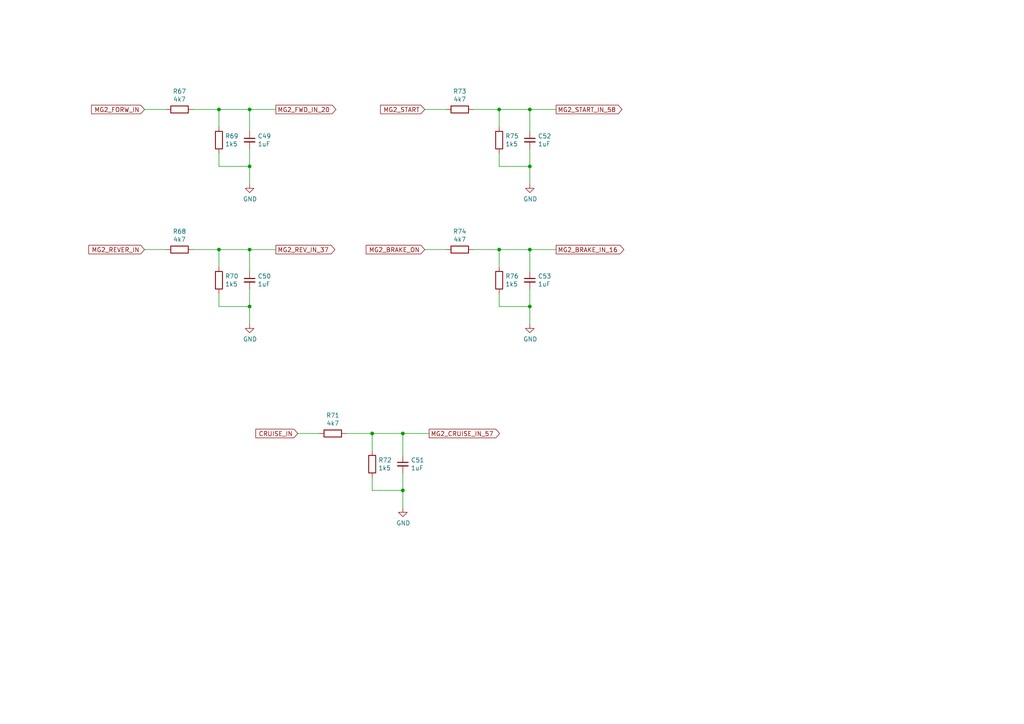
<source format=kicad_sch>
(kicad_sch (version 20211123) (generator eeschema)
  (paper "A4")
  (lib_symbols
    (symbol "auris-rescue:C_Small-Device" (pin_numbers hide) (pin_names (offset 0.254) hide)
      (property "Reference" "C" (at 0.254 1.778 0))
      (property "Value" "C_Small-Device" (at 0.254 -2.032 0))
      (symbol "C_Small-Device_0_1"
        (polyline (pts (xy -1.524 -0.508) (xy 1.524 -0.508)) (stroke (width 0.3302)))
        (polyline (pts (xy -1.524 0.508) (xy 1.524 0.508)) (stroke (width 0.3048)))
      )
      (symbol "C_Small-Device_1_1"
        (pin passive line (at 0 2.54 270) (length 2.032) (name "~") (number "1"))
        (pin passive line (at 0 -2.54 90) (length 2.032) (name "~") (number "2"))
      )
    )
    (symbol "auris-rescue:GND-power" (power) (pin_names (offset 0))
      (property "Value" "GND-power" (at 0 -3.81 0))
      (symbol "GND-power_0_1"
        (polyline (pts (xy 0 0) (xy 0 -1.27) (xy 1.27 -1.27) (xy 0 -2.54) (xy -1.27 -1.27) (xy 0 -1.27)))
      )
      (symbol "GND-power_1_1"
        (pin power_in line (at 0 0 270) (length 0) hide (name "GND") (number "1"))
      )
    )
    (symbol "auris-rescue:R-Device" (pin_numbers hide) (pin_names (offset 0))
      (property "Reference" "R" (at 2.032 0 90))
      (property "Value" "R-Device" (at 0 0 90))
      (symbol "R-Device_0_1"
        (rectangle (start -1.016 -2.54) (end 1.016 2.54) (stroke (width 0.254)))
      )
      (symbol "R-Device_1_1"
        (pin passive line (at 0 3.81 270) (length 1.27) (name "~") (number "1"))
        (pin passive line (at 0 -3.81 90) (length 1.27) (name "~") (number "2"))
      )
    )
  )
  (junction (at 116.84 125.73))
  (junction (at 63.5 72.39))
  (junction (at 72.39 72.39))
  (junction (at 63.5 31.75))
  (junction (at 144.78 31.75))
  (junction (at 72.39 88.9))
  (junction (at 107.95 125.73))
  (junction (at 116.84 142.24))
  (junction (at 153.67 48.26))
  (junction (at 72.39 31.75))
  (junction (at 72.39 48.26))
  (junction (at 153.67 31.75))
  (junction (at 144.78 72.39))
  (junction (at 153.67 88.9))
  (junction (at 153.67 72.39))
  (wire (pts (xy 86.36 125.73) (xy 92.71 125.73)))
  (wire (pts (xy 63.5 72.39) (xy 55.88 72.39)))
  (wire (pts (xy 153.67 88.9) (xy 153.67 93.98)))
  (wire (pts (xy 107.95 138.43) (xy 107.95 142.24)))
  (wire (pts (xy 107.95 125.73) (xy 100.33 125.73)))
  (wire (pts (xy 63.5 77.47) (xy 63.5 72.39)))
  (wire (pts (xy 144.78 88.9) (xy 153.67 88.9)))
  (wire (pts (xy 144.78 72.39) (xy 137.16 72.39)))
  (wire (pts (xy 123.19 31.75) (xy 129.54 31.75)))
  (wire (pts (xy 153.67 88.9) (xy 153.67 83.82)))
  (wire (pts (xy 72.39 78.74) (xy 72.39 72.39)))
  (wire (pts (xy 63.5 85.09) (xy 63.5 88.9)))
  (wire (pts (xy 161.29 31.75) (xy 153.67 31.75)))
  (wire (pts (xy 124.46 125.73) (xy 116.84 125.73)))
  (wire (pts (xy 72.39 88.9) (xy 72.39 93.98)))
  (wire (pts (xy 41.91 72.39) (xy 48.26 72.39)))
  (wire (pts (xy 63.5 88.9) (xy 72.39 88.9)))
  (wire (pts (xy 144.78 85.09) (xy 144.78 88.9)))
  (wire (pts (xy 72.39 72.39) (xy 63.5 72.39)))
  (wire (pts (xy 144.78 36.83) (xy 144.78 31.75)))
  (wire (pts (xy 123.19 72.39) (xy 129.54 72.39)))
  (wire (pts (xy 72.39 48.26) (xy 72.39 53.34)))
  (wire (pts (xy 80.01 72.39) (xy 72.39 72.39)))
  (wire (pts (xy 72.39 48.26) (xy 72.39 43.18)))
  (wire (pts (xy 153.67 48.26) (xy 153.67 43.18)))
  (wire (pts (xy 72.39 38.1) (xy 72.39 31.75)))
  (wire (pts (xy 107.95 142.24) (xy 116.84 142.24)))
  (wire (pts (xy 161.29 72.39) (xy 153.67 72.39)))
  (wire (pts (xy 116.84 142.24) (xy 116.84 147.32)))
  (wire (pts (xy 63.5 31.75) (xy 55.88 31.75)))
  (wire (pts (xy 144.78 44.45) (xy 144.78 48.26)))
  (wire (pts (xy 63.5 48.26) (xy 72.39 48.26)))
  (wire (pts (xy 63.5 44.45) (xy 63.5 48.26)))
  (wire (pts (xy 116.84 132.08) (xy 116.84 125.73)))
  (wire (pts (xy 72.39 31.75) (xy 63.5 31.75)))
  (wire (pts (xy 63.5 36.83) (xy 63.5 31.75)))
  (wire (pts (xy 116.84 125.73) (xy 107.95 125.73)))
  (wire (pts (xy 153.67 48.26) (xy 153.67 53.34)))
  (wire (pts (xy 153.67 38.1) (xy 153.67 31.75)))
  (wire (pts (xy 144.78 48.26) (xy 153.67 48.26)))
  (wire (pts (xy 153.67 31.75) (xy 144.78 31.75)))
  (wire (pts (xy 144.78 77.47) (xy 144.78 72.39)))
  (wire (pts (xy 153.67 78.74) (xy 153.67 72.39)))
  (wire (pts (xy 80.01 31.75) (xy 72.39 31.75)))
  (wire (pts (xy 144.78 31.75) (xy 137.16 31.75)))
  (wire (pts (xy 41.91 31.75) (xy 48.26 31.75)))
  (wire (pts (xy 107.95 130.81) (xy 107.95 125.73)))
  (wire (pts (xy 116.84 142.24) (xy 116.84 137.16)))
  (wire (pts (xy 72.39 88.9) (xy 72.39 83.82)))
  (wire (pts (xy 153.67 72.39) (xy 144.78 72.39)))
  (global_label "MG2_FORW_IN" (shape input) (at 41.91 31.75 180) (property "Обозначения листов" "${INTERSHEET_REFS}" (effects hide)))
  (global_label "CRUISE_IN" (shape input) (at 86.36 125.73 180) (property "Обозначения листов" "${INTERSHEET_REFS}" (effects hide)))
  (global_label "MG2_START_IN_58" (shape output) (at 161.29 31.75 0) (property "Обозначения листов" "${INTERSHEET_REFS}" (effects hide)))
  (global_label "MG2_BRAKE_IN_16" (shape output) (at 161.29 72.39 0) (property "Обозначения листов" "${INTERSHEET_REFS}" (effects hide)))
  (global_label "MG2_FWD_IN_20" (shape output) (at 80.01 31.75 0) (property "Обозначения листов" "${INTERSHEET_REFS}" (effects hide)))
  (global_label "MG2_REV_IN_37" (shape output) (at 80.01 72.39 0) (property "Обозначения листов" "${INTERSHEET_REFS}" (effects hide)))
  (global_label "MG2_BRAKE_ON" (shape input) (at 123.19 72.39 180) (property "Обозначения листов" "${INTERSHEET_REFS}" (effects hide)))
  (global_label "MG2_START" (shape input) (at 123.19 31.75 180) (property "Обозначения листов" "${INTERSHEET_REFS}" (effects hide)))
  (global_label "MG2_REVER_IN" (shape input) (at 41.91 72.39 180) (property "Обозначения листов" "${INTERSHEET_REFS}" (effects hide)))
  (global_label "MG2_CRUISE_IN_57" (shape output) (at 124.46 125.73 0) (property "Обозначения листов" "${INTERSHEET_REFS}" (effects hide)))
  (symbol (lib_id "auris-rescue:R-Device") (at 63.5 40.64 0) (unit 1)
    (property "Reference" "R69" (at 65.278 39.4716 0) (effects (justify left)))
    (property "Value" "1k5" (at 65.278 41.783 0) (effects (justify left)))
    (property "Footprint" "Resistor_SMD:R_0805_2012Metric" (effects hide))
  )
  (symbol (lib_id "auris-rescue:C_Small-Device") (at 72.39 40.64 0) (unit 1)
    (property "Reference" "C49" (at 74.7268 39.4716 0) (effects (justify left)))
    (property "Value" "1uF" (at 74.7268 41.783 0) (effects (justify left)))
    (property "Footprint" "Capacitor_SMD:C_0805_2012Metric" (effects hide))
  )
  (symbol (lib_id "auris-rescue:R-Device") (at 52.07 31.75 270) (unit 1)
    (property "Reference" "R67" (at 52.07 26.4922 90))
    (property "Value" "4k7" (at 52.07 28.8036 90))
    (property "Footprint" "Resistor_SMD:R_0805_2012Metric" (effects hide))
  )
  (symbol (lib_id "auris-rescue:GND-power") (at 72.39 53.34 0) (unit 1)
    (property "Reference" "#PWR0168" (effects hide))
    (property "Value" "GND" (at 72.517 57.7342 0))
  )
  (symbol (lib_id "auris-rescue:R-Device") (at 144.78 40.64 0) (unit 1)
    (property "Reference" "R75" (at 146.558 39.4716 0) (effects (justify left)))
    (property "Value" "1k5" (at 146.558 41.783 0) (effects (justify left)))
    (property "Footprint" "Resistor_SMD:R_0805_2012Metric" (effects hide))
  )
  (symbol (lib_id "auris-rescue:C_Small-Device") (at 153.67 40.64 0) (unit 1)
    (property "Reference" "C52" (at 156.0068 39.4716 0) (effects (justify left)))
    (property "Value" "1uF" (at 156.0068 41.783 0) (effects (justify left)))
    (property "Footprint" "Capacitor_SMD:C_0805_2012Metric" (effects hide))
  )
  (symbol (lib_id "auris-rescue:R-Device") (at 133.35 31.75 270) (unit 1)
    (property "Reference" "R73" (at 133.35 26.4922 90))
    (property "Value" "4k7" (at 133.35 28.8036 90))
    (property "Footprint" "Resistor_SMD:R_0805_2012Metric" (effects hide))
  )
  (symbol (lib_id "auris-rescue:GND-power") (at 153.67 53.34 0) (unit 1)
    (property "Reference" "#PWR0169" (effects hide))
    (property "Value" "GND" (at 153.797 57.7342 0))
  )
  (symbol (lib_id "auris-rescue:R-Device") (at 144.78 81.28 0) (unit 1)
    (property "Reference" "R76" (at 146.558 80.1116 0) (effects (justify left)))
    (property "Value" "1k5" (at 146.558 82.423 0) (effects (justify left)))
    (property "Footprint" "Resistor_SMD:R_0805_2012Metric" (effects hide))
  )
  (symbol (lib_id "auris-rescue:C_Small-Device") (at 153.67 81.28 0) (unit 1)
    (property "Reference" "C53" (at 156.0068 80.1116 0) (effects (justify left)))
    (property "Value" "1uF" (at 156.0068 82.423 0) (effects (justify left)))
    (property "Footprint" "Capacitor_SMD:C_0805_2012Metric" (effects hide))
  )
  (symbol (lib_id "auris-rescue:R-Device") (at 133.35 72.39 270) (unit 1)
    (property "Reference" "R74" (at 133.35 67.1322 90))
    (property "Value" "4k7" (at 133.35 69.4436 90))
    (property "Footprint" "Resistor_SMD:R_0805_2012Metric" (effects hide))
  )
  (symbol (lib_id "auris-rescue:GND-power") (at 153.67 93.98 0) (unit 1)
    (property "Reference" "#PWR0170" (effects hide))
    (property "Value" "GND" (at 153.797 98.3742 0))
  )
  (symbol (lib_id "auris-rescue:R-Device") (at 63.5 81.28 0) (unit 1)
    (property "Reference" "R70" (at 65.278 80.1116 0) (effects (justify left)))
    (property "Value" "1k5" (at 65.278 82.423 0) (effects (justify left)))
    (property "Footprint" "Resistor_SMD:R_0805_2012Metric" (effects hide))
  )
  (symbol (lib_id "auris-rescue:C_Small-Device") (at 72.39 81.28 0) (unit 1)
    (property "Reference" "C50" (at 74.7268 80.1116 0) (effects (justify left)))
    (property "Value" "1uF" (at 74.7268 82.423 0) (effects (justify left)))
    (property "Footprint" "Capacitor_SMD:C_0805_2012Metric" (effects hide))
  )
  (symbol (lib_id "auris-rescue:R-Device") (at 52.07 72.39 270) (unit 1)
    (property "Reference" "R68" (at 52.07 67.1322 90))
    (property "Value" "4k7" (at 52.07 69.4436 90))
    (property "Footprint" "Resistor_SMD:R_0805_2012Metric" (effects hide))
  )
  (symbol (lib_id "auris-rescue:GND-power") (at 72.39 93.98 0) (unit 1)
    (property "Reference" "#PWR0171" (effects hide))
    (property "Value" "GND" (at 72.517 98.3742 0))
  )
  (symbol (lib_id "auris-rescue:R-Device") (at 107.95 134.62 0) (unit 1)
    (property "Reference" "R72" (at 109.728 133.4516 0) (effects (justify left)))
    (property "Value" "1k5" (at 109.728 135.763 0) (effects (justify left)))
    (property "Footprint" "Resistor_SMD:R_0805_2012Metric" (effects hide))
  )
  (symbol (lib_id "auris-rescue:C_Small-Device") (at 116.84 134.62 0) (unit 1)
    (property "Reference" "C51" (at 119.1768 133.4516 0) (effects (justify left)))
    (property "Value" "1uF" (at 119.1768 135.763 0) (effects (justify left)))
    (property "Footprint" "Capacitor_SMD:C_0805_2012Metric" (effects hide))
  )
  (symbol (lib_id "auris-rescue:R-Device") (at 96.52 125.73 270) (unit 1)
    (property "Reference" "R71" (at 96.52 120.4722 90))
    (property "Value" "4k7" (at 96.52 122.7836 90))
    (property "Footprint" "Resistor_SMD:R_0805_2012Metric" (effects hide))
  )
  (symbol (lib_id "auris-rescue:GND-power") (at 116.84 147.32 0) (unit 1)
    (property "Reference" "#PWR0172" (effects hide))
    (property "Value" "GND" (at 116.967 151.7142 0))
  )
)
</source>
